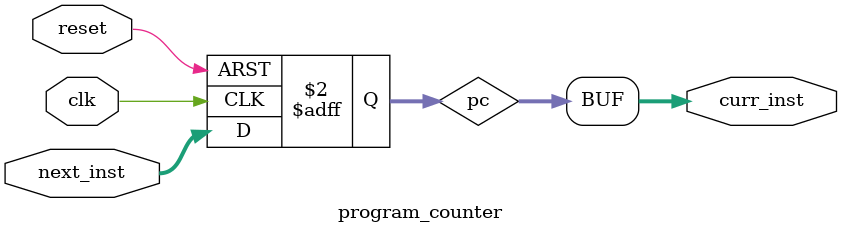
<source format=v>
module program_counter (
    input clk,
    input reset,
    input [31:0] next_inst,
    output [31:0] curr_inst
);

reg [31:0] pc;
assign curr_inst = pc;

always @(posedge clk or posedge reset) begin
    if(reset) pc <= 32'b0;
    else pc <= next_inst;
end
    
endmodule
</source>
